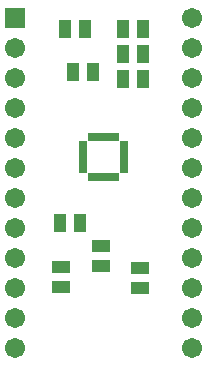
<source format=gts>
*
%LPD*%
%LNSTEVAL-MKI169V1.GTS*%
%FSLAX24Y24*%
%MOIN*%
%AD*%
%ADD25R,0.0395X0.05918*%
%ADD26R,0.05918X0.0395*%
%ADD27R,0.03162X0.02572*%
%ADD28R,0.02572X0.03162*%
%ADD29C,0.06706*%
%ADD30C,0.06706*%
%ADD31R,0.06706X0.06706*%
G54D25*
%SRX1Y1I0.0J0.0*%
G1X56769Y37993D3*
G1X56099Y37993D3*
G1X58879Y42789D3*
G1X58873Y43631D3*
G1X56926Y44472D3*
G1X58199Y44462D3*
G1X56257Y44472D3*
G1X58868Y44462D3*
G1X58210Y42789D3*
G1X56542Y43030D3*
G1X57212Y43030D3*
G1X58204Y43631D3*
G54D26*
G1X56130Y36547D3*
G1X56130Y35878D3*
G1X57465Y36571D3*
G1X57465Y37240D3*
G1X58751Y36516D3*
G1X58751Y35847D3*
G54D27*
G1X56870Y40333D3*
G1X56870Y40077D3*
G1X56870Y39821D3*
G1X58228Y40077D3*
G1X58228Y39821D3*
G1X56870Y40589D3*
G1X58228Y40589D3*
G1X58228Y40333D3*
G54D28*
G1X57165Y40884D3*
G1X57421Y40884D3*
G1X57677Y40884D3*
G1X57933Y40884D3*
G1X57933Y39526D3*
G1X57677Y39526D3*
G1X57421Y39526D3*
G1X57165Y39526D3*
G54D29*
G1X60505Y33832D3*
G1X60505Y43832D3*
G1X60505Y44832D3*
G1X60505Y42832D3*
G1X60505Y41832D3*
G1X60505Y39832D3*
G1X60505Y37832D3*
G1X60505Y36832D3*
G1X60505Y35832D3*
G1X60505Y34832D3*
G1X60505Y40832D3*
G1X60505Y38832D3*
G54D30*
G1X54596Y33832D3*
G1X54596Y34832D3*
G1X54596Y35832D3*
G1X54596Y36832D3*
G1X54596Y38832D3*
G1X54596Y39832D3*
G1X54596Y40832D3*
G1X54596Y41832D3*
G1X54596Y42832D3*
G1X54596Y43832D3*
G1X54596Y37832D3*
G54D31*
G1X54596Y44832D3*
M2*

</source>
